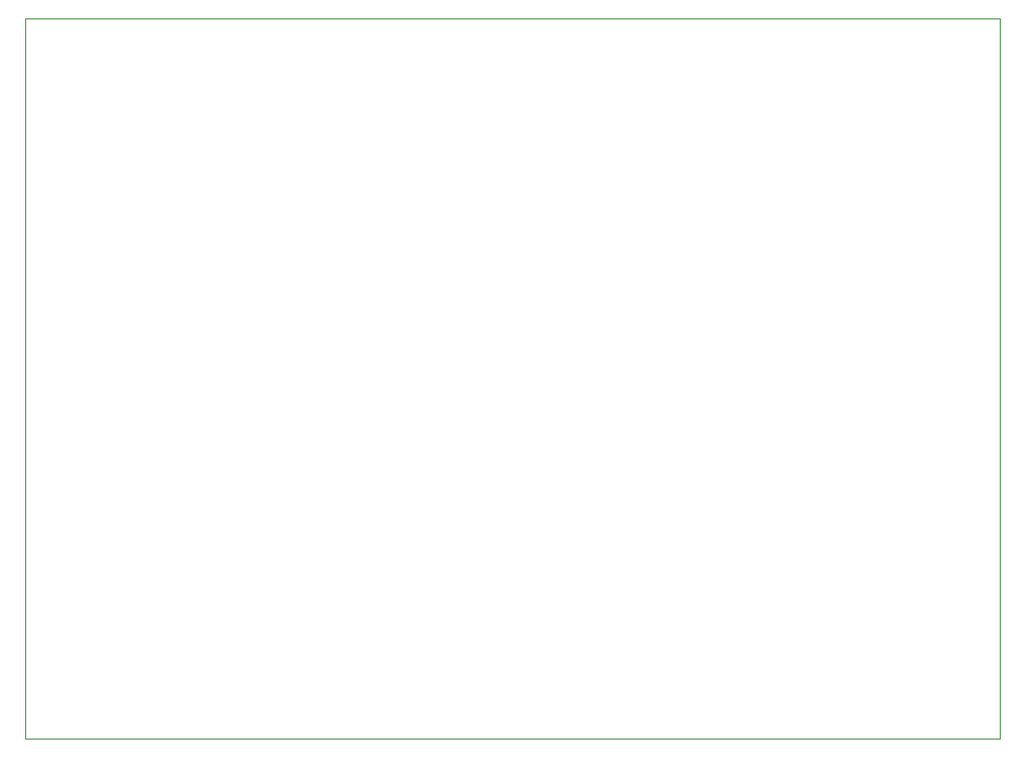
<source format=gm1>
G04 #@! TF.GenerationSoftware,KiCad,Pcbnew,(5.1.9)-1*
G04 #@! TF.CreationDate,2021-06-09T23:06:16+02:00*
G04 #@! TF.ProjectId,interface,696e7465-7266-4616-9365-2e6b69636164,rev?*
G04 #@! TF.SameCoordinates,Original*
G04 #@! TF.FileFunction,Profile,NP*
%FSLAX46Y46*%
G04 Gerber Fmt 4.6, Leading zero omitted, Abs format (unit mm)*
G04 Created by KiCad (PCBNEW (5.1.9)-1) date 2021-06-09 23:06:16*
%MOMM*%
%LPD*%
G01*
G04 APERTURE LIST*
G04 #@! TA.AperFunction,Profile*
%ADD10C,0.100000*%
G04 #@! TD*
G04 APERTURE END LIST*
D10*
X178308000Y-64135000D02*
X93218000Y-64135000D01*
X178308000Y-64135000D02*
X178308000Y-127000000D01*
X178308000Y-127000000D02*
X93218000Y-127000000D01*
X93218000Y-127000000D02*
X93218000Y-64135000D01*
M02*

</source>
